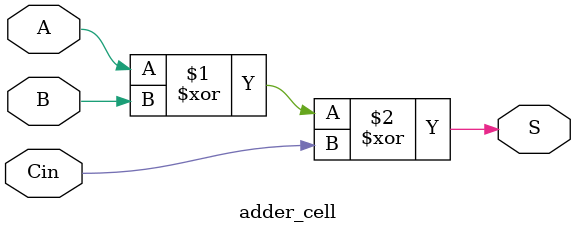
<source format=v>
module adder_cell(S, A, B, Cin);
    input A, B, Cin;
    output S;
    xor CALC(S, A, B, Cin); 
endmodule
</source>
